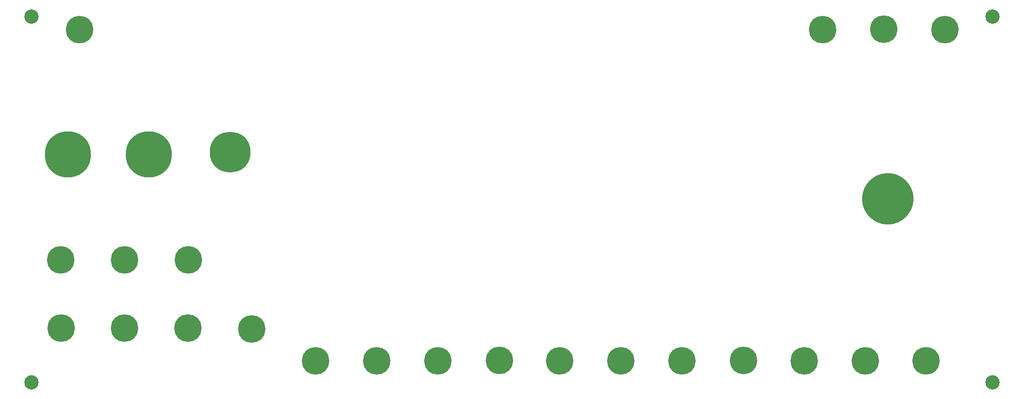
<source format=gbs>
G04 Layer: BottomSolderMaskLayer*
G04 EasyEDA v6.4.17, 2021-03-24T19:41:23+03:00*
G04 2c49bd5f4e4e4d2885fbfcddc53ef99b,9cdda048f1864c1181896bc4b360679f,10*
G04 Gerber Generator version 0.2*
G04 Scale: 100 percent, Rotated: No, Reflected: No *
G04 Dimensions in millimeters *
G04 leading zeros omitted , absolute positions ,4 integer and 5 decimal *
%FSLAX45Y45*%
%MOMM*%

%ADD29C,5.2032*%
%ADD30C,2.7032*%
%ADD31C,8.7032*%
%ADD32C,7.7032*%
%ADD33C,9.7032*%

%LPD*%
D29*
G01*
X6161989Y7786217D03*
G01*
X7361986Y7786217D03*
G01*
X8561984Y7786217D03*
G01*
X6172200Y6502400D03*
G01*
X7366000Y6502400D03*
G01*
X8559800Y6502400D03*
G01*
X9761905Y6486271D03*
G01*
X10961979Y5886221D03*
G01*
X13261975Y5886221D03*
G01*
X14427200Y5892800D03*
G01*
X15561995Y5886221D03*
G01*
X16711980Y5886221D03*
G01*
X17861991Y5886221D03*
G01*
X19024600Y5892800D03*
G01*
X20161986Y5886221D03*
G01*
X21311971Y5886221D03*
G01*
X22811994Y12136221D03*
G01*
X21666200Y12141200D03*
G01*
X20511973Y12136221D03*
G01*
X22461982Y5886221D03*
G01*
X12111990Y5886221D03*
G01*
X6511975Y12136221D03*
D30*
G01*
X5611952Y12379198D03*
G01*
X5611952Y5479211D03*
G01*
X23711941Y5479211D03*
G01*
X23711941Y12379198D03*
D31*
G01*
X6299200Y9779000D03*
G01*
X7823200Y9779000D03*
D32*
G01*
X9355836Y9819995D03*
D33*
G01*
X21742400Y8940800D03*
M02*

</source>
